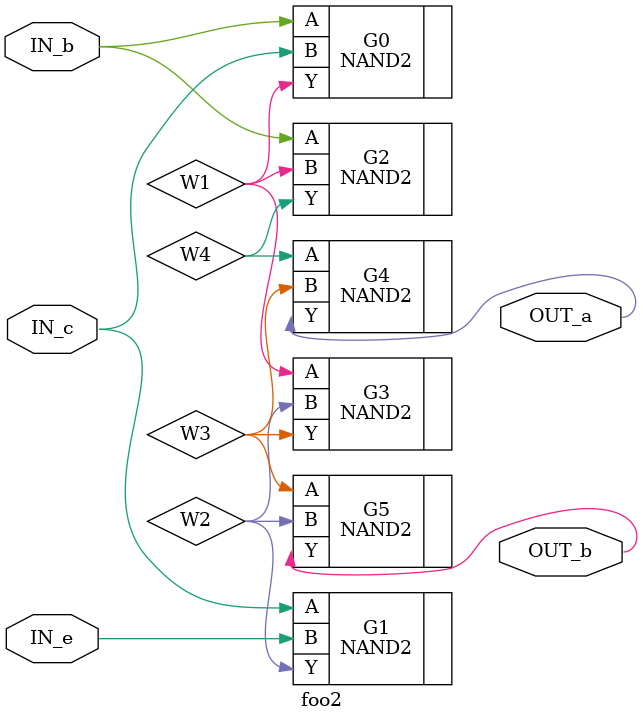
<source format=v>
module foo2 (
    IN_b, IN_c, IN_e, OUT_a, OUT_b );
  input  IN_b, IN_c, IN_e;
  output OUT_a, OUT_b ;
  wire W1, W2, W3, W4;
  
  NAND2   G0(.A(IN_b), .B(IN_c), .Y(W1));
  NAND2   G1(.A(IN_c), .B(IN_e), .Y(W2));  
  NAND2   G2(.A(IN_b), .B(W1), .Y(W4));
  NAND2   G3(.A(W1), .B(W2), .Y(W3));
  NAND2   G4(.A(W4), .B(W3), .Y(OUT_a));
  NAND2   G5(.A(W3), .B(W2), .Y(OUT_b));

endmodule
</source>
